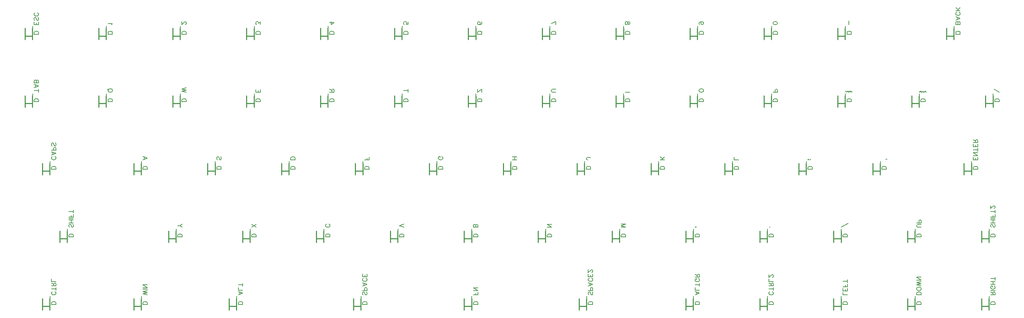
<source format=gbo>
G04 Layer: BottomSilkscreenLayer*
G04 EasyEDA v6.5.1, 2022-07-13 07:01:50*
G04 5ba7d446201f4704a459628eea357821,d603b60474844c32a05bd641800ef4e1,10*
G04 Gerber Generator version 0.2*
G04 Scale: 100 percent, Rotated: No, Reflected: No *
G04 Dimensions in millimeters *
G04 leading zeros omitted , absolute positions ,4 integer and 5 decimal *
%FSLAX45Y45*%
%MOMM*%

%ADD10C,0.2540*%
%ADD22C,0.1524*%

%LPD*%
D22*
X20942322Y8351596D02*
G01*
X20833219Y8351596D01*
X20942322Y8351596D02*
G01*
X20942322Y8387963D01*
X20937128Y8403551D01*
X20926737Y8413940D01*
X20916346Y8419137D01*
X20900758Y8424331D01*
X20874781Y8424331D01*
X20859196Y8419137D01*
X20848805Y8413940D01*
X20838413Y8403551D01*
X20833219Y8387963D01*
X20833219Y8351596D01*
X20796849Y8458621D02*
G01*
X20796849Y8552141D01*
X20942322Y8617602D02*
G01*
X20937128Y8602017D01*
X20921540Y8591626D01*
X20895563Y8586431D01*
X20879978Y8586431D01*
X20853999Y8591626D01*
X20838413Y8602017D01*
X20833219Y8617602D01*
X20833219Y8627993D01*
X20838413Y8643581D01*
X20853999Y8653970D01*
X20879978Y8659167D01*
X20895563Y8659167D01*
X20921540Y8653970D01*
X20937128Y8643581D01*
X20942322Y8627993D01*
X20942322Y8617602D01*
X4742304Y8351596D02*
G01*
X4633201Y8351596D01*
X4742304Y8351596D02*
G01*
X4742304Y8387963D01*
X4737110Y8403551D01*
X4726719Y8413940D01*
X4716327Y8419137D01*
X4700739Y8424331D01*
X4674763Y8424331D01*
X4659177Y8419137D01*
X4648786Y8413940D01*
X4638395Y8403551D01*
X4633201Y8387963D01*
X4633201Y8351596D01*
X4596831Y8458621D02*
G01*
X4596831Y8552141D01*
X4721522Y8586431D02*
G01*
X4726719Y8596820D01*
X4742304Y8612408D01*
X4633201Y8612408D01*
X6542326Y8351596D02*
G01*
X6433223Y8351596D01*
X6542326Y8351596D02*
G01*
X6542326Y8387963D01*
X6537131Y8403551D01*
X6526740Y8413940D01*
X6516349Y8419137D01*
X6500761Y8424331D01*
X6474785Y8424331D01*
X6459199Y8419137D01*
X6448808Y8413940D01*
X6438417Y8403551D01*
X6433223Y8387963D01*
X6433223Y8351596D01*
X6396852Y8458621D02*
G01*
X6396852Y8552141D01*
X6516349Y8591626D02*
G01*
X6521543Y8591626D01*
X6531935Y8596820D01*
X6537131Y8602017D01*
X6542326Y8612408D01*
X6542326Y8633190D01*
X6537131Y8643581D01*
X6531935Y8648776D01*
X6521543Y8653970D01*
X6511152Y8653970D01*
X6500761Y8648776D01*
X6485176Y8638385D01*
X6433223Y8586431D01*
X6433223Y8659167D01*
X8342322Y8351596D02*
G01*
X8233219Y8351596D01*
X8342322Y8351596D02*
G01*
X8342322Y8387963D01*
X8337128Y8403551D01*
X8326737Y8413940D01*
X8316346Y8419137D01*
X8300758Y8424331D01*
X8274781Y8424331D01*
X8259196Y8419137D01*
X8248804Y8413940D01*
X8238413Y8403551D01*
X8233219Y8387963D01*
X8233219Y8351596D01*
X8196849Y8458621D02*
G01*
X8196849Y8552141D01*
X8342322Y8596820D02*
G01*
X8342322Y8653970D01*
X8300758Y8622799D01*
X8300758Y8638385D01*
X8295563Y8648776D01*
X8290369Y8653970D01*
X8274781Y8659167D01*
X8264390Y8659167D01*
X8248804Y8653970D01*
X8238413Y8643581D01*
X8233219Y8627993D01*
X8233219Y8612408D01*
X8238413Y8596820D01*
X8243608Y8591626D01*
X8253999Y8586431D01*
X10142319Y8351596D02*
G01*
X10033215Y8351596D01*
X10142319Y8351596D02*
G01*
X10142319Y8387963D01*
X10137124Y8403551D01*
X10126733Y8413940D01*
X10116342Y8419137D01*
X10100754Y8424331D01*
X10074777Y8424331D01*
X10059192Y8419137D01*
X10048801Y8413940D01*
X10038410Y8403551D01*
X10033215Y8387963D01*
X10033215Y8351596D01*
X9996845Y8458621D02*
G01*
X9996845Y8552141D01*
X10142319Y8638385D02*
G01*
X10069583Y8586431D01*
X10069583Y8664361D01*
X10142319Y8638385D02*
G01*
X10033215Y8638385D01*
X11942315Y8351596D02*
G01*
X11833212Y8351596D01*
X11942315Y8351596D02*
G01*
X11942315Y8387963D01*
X11937121Y8403551D01*
X11926730Y8413940D01*
X11916338Y8419137D01*
X11900750Y8424331D01*
X11874774Y8424331D01*
X11859188Y8419137D01*
X11848797Y8413940D01*
X11838406Y8403551D01*
X11833212Y8387963D01*
X11833212Y8351596D01*
X11796842Y8458621D02*
G01*
X11796842Y8552141D01*
X11942315Y8648776D02*
G01*
X11942315Y8596820D01*
X11895556Y8591626D01*
X11900750Y8596820D01*
X11905947Y8612408D01*
X11905947Y8627993D01*
X11900750Y8643581D01*
X11890362Y8653970D01*
X11874774Y8659167D01*
X11864383Y8659167D01*
X11848797Y8653970D01*
X11838406Y8643581D01*
X11833212Y8627993D01*
X11833212Y8612408D01*
X11838406Y8596820D01*
X11843600Y8591626D01*
X11853992Y8586431D01*
X13742311Y8351596D02*
G01*
X13633208Y8351596D01*
X13742311Y8351596D02*
G01*
X13742311Y8387963D01*
X13737117Y8403551D01*
X13726726Y8413940D01*
X13716335Y8419137D01*
X13700747Y8424331D01*
X13674770Y8424331D01*
X13659185Y8419137D01*
X13648794Y8413940D01*
X13638402Y8403551D01*
X13633208Y8387963D01*
X13633208Y8351596D01*
X13596838Y8458621D02*
G01*
X13596838Y8552141D01*
X13726726Y8648776D02*
G01*
X13737117Y8643581D01*
X13742311Y8627993D01*
X13742311Y8617602D01*
X13737117Y8602017D01*
X13721529Y8591626D01*
X13695552Y8586431D01*
X13669576Y8586431D01*
X13648794Y8591626D01*
X13638402Y8602017D01*
X13633208Y8617602D01*
X13633208Y8622799D01*
X13638402Y8638385D01*
X13648794Y8648776D01*
X13664379Y8653970D01*
X13669576Y8653970D01*
X13685161Y8648776D01*
X13695552Y8638385D01*
X13700747Y8622799D01*
X13700747Y8617602D01*
X13695552Y8602017D01*
X13685161Y8591626D01*
X13669576Y8586431D01*
X15542308Y8351596D02*
G01*
X15433205Y8351596D01*
X15542308Y8351596D02*
G01*
X15542308Y8387963D01*
X15537113Y8403551D01*
X15526722Y8413940D01*
X15516331Y8419137D01*
X15500743Y8424331D01*
X15474767Y8424331D01*
X15459181Y8419137D01*
X15448790Y8413940D01*
X15438399Y8403551D01*
X15433205Y8387963D01*
X15433205Y8351596D01*
X15396834Y8458621D02*
G01*
X15396834Y8552141D01*
X15542308Y8659167D02*
G01*
X15433205Y8607211D01*
X15542308Y8586431D02*
G01*
X15542308Y8659167D01*
X17342304Y8351596D02*
G01*
X17233201Y8351596D01*
X17342304Y8351596D02*
G01*
X17342304Y8387963D01*
X17337110Y8403551D01*
X17326719Y8413940D01*
X17316328Y8419137D01*
X17300740Y8424331D01*
X17274763Y8424331D01*
X17259178Y8419137D01*
X17248786Y8413940D01*
X17238395Y8403551D01*
X17233201Y8387963D01*
X17233201Y8351596D01*
X17196831Y8458621D02*
G01*
X17196831Y8552141D01*
X17342304Y8612408D02*
G01*
X17337110Y8596820D01*
X17326719Y8591626D01*
X17316328Y8591626D01*
X17305936Y8596820D01*
X17300740Y8607211D01*
X17295545Y8627993D01*
X17290351Y8643581D01*
X17279960Y8653970D01*
X17269569Y8659167D01*
X17253981Y8659167D01*
X17243590Y8653970D01*
X17238395Y8648776D01*
X17233201Y8633190D01*
X17233201Y8612408D01*
X17238395Y8596820D01*
X17243590Y8591626D01*
X17253981Y8586431D01*
X17269569Y8586431D01*
X17279960Y8591626D01*
X17290351Y8602017D01*
X17295545Y8617602D01*
X17300740Y8638385D01*
X17305936Y8648776D01*
X17316328Y8653970D01*
X17326719Y8653970D01*
X17337110Y8648776D01*
X17342304Y8633190D01*
X17342304Y8612408D01*
X19142326Y8351596D02*
G01*
X19033223Y8351596D01*
X19142326Y8351596D02*
G01*
X19142326Y8387963D01*
X19137132Y8403551D01*
X19126741Y8413940D01*
X19116349Y8419137D01*
X19100761Y8424331D01*
X19074785Y8424331D01*
X19059199Y8419137D01*
X19048808Y8413940D01*
X19038417Y8403551D01*
X19033223Y8387963D01*
X19033223Y8351596D01*
X18996853Y8458621D02*
G01*
X18996853Y8552141D01*
X19105958Y8653970D02*
G01*
X19090373Y8648776D01*
X19079982Y8638385D01*
X19074785Y8622799D01*
X19074785Y8617602D01*
X19079982Y8602017D01*
X19090373Y8591626D01*
X19105958Y8586431D01*
X19111153Y8586431D01*
X19126741Y8591626D01*
X19137132Y8602017D01*
X19142326Y8617602D01*
X19142326Y8622799D01*
X19137132Y8638385D01*
X19126741Y8648776D01*
X19105958Y8653970D01*
X19079982Y8653970D01*
X19054003Y8648776D01*
X19038417Y8638385D01*
X19033223Y8622799D01*
X19033223Y8612408D01*
X19038417Y8596820D01*
X19048808Y8591626D01*
X23592304Y5051602D02*
G01*
X23483201Y5051602D01*
X23592304Y5051602D02*
G01*
X23592304Y5087970D01*
X23587110Y5103558D01*
X23576719Y5113947D01*
X23566328Y5119143D01*
X23550740Y5124338D01*
X23524763Y5124338D01*
X23509178Y5119143D01*
X23498787Y5113947D01*
X23488395Y5103558D01*
X23483201Y5087970D01*
X23483201Y5051602D01*
X23446831Y5158628D02*
G01*
X23446831Y5252148D01*
X23607890Y5296827D02*
G01*
X23576719Y5296827D01*
X19042301Y3401593D02*
G01*
X18933198Y3401593D01*
X19042301Y3401593D02*
G01*
X19042301Y3437961D01*
X19037106Y3453549D01*
X19026715Y3463937D01*
X19016324Y3469134D01*
X19000736Y3474328D01*
X18974760Y3474328D01*
X18959174Y3469134D01*
X18948783Y3463937D01*
X18938392Y3453549D01*
X18933198Y3437961D01*
X18933198Y3401593D01*
X18896827Y3508618D02*
G01*
X18896827Y3602139D01*
X18953977Y3646817D02*
G01*
X18948783Y3641623D01*
X18953977Y3636429D01*
X18959174Y3641623D01*
X18953977Y3646817D01*
X18943586Y3646817D01*
X18933198Y3636429D01*
X22742319Y8351596D02*
G01*
X22633216Y8351596D01*
X22742319Y8351596D02*
G01*
X22742319Y8387963D01*
X22737124Y8403551D01*
X22726733Y8413940D01*
X22716342Y8419137D01*
X22700754Y8424331D01*
X22674778Y8424331D01*
X22659192Y8419137D01*
X22648801Y8413940D01*
X22638410Y8403551D01*
X22633216Y8387963D01*
X22633216Y8351596D01*
X22596845Y8458621D02*
G01*
X22596845Y8552141D01*
X22679974Y8586431D02*
G01*
X22679974Y8679949D01*
X20842297Y3401593D02*
G01*
X20733194Y3401593D01*
X20842297Y3401593D02*
G01*
X20842297Y3437961D01*
X20837103Y3453549D01*
X20826712Y3463937D01*
X20816321Y3469134D01*
X20800733Y3474328D01*
X20774756Y3474328D01*
X20759171Y3469134D01*
X20748779Y3463937D01*
X20738388Y3453549D01*
X20733194Y3437961D01*
X20733194Y3401593D01*
X20696824Y3508618D02*
G01*
X20696824Y3602139D01*
X20759171Y3641623D02*
G01*
X20753974Y3636429D01*
X20748779Y3641623D01*
X20753974Y3646817D01*
X20759171Y3641623D01*
X22642319Y3401593D02*
G01*
X22533216Y3401593D01*
X22642319Y3401593D02*
G01*
X22642319Y3437961D01*
X22637125Y3453549D01*
X22626734Y3463937D01*
X22616342Y3469134D01*
X22600754Y3474328D01*
X22574778Y3474328D01*
X22559192Y3469134D01*
X22548801Y3463937D01*
X22538410Y3453549D01*
X22533216Y3437961D01*
X22533216Y3401593D01*
X22496846Y3508618D02*
G01*
X22496846Y3602139D01*
X22663101Y3729946D02*
G01*
X22496846Y3636429D01*
X21792308Y5051602D02*
G01*
X21683205Y5051602D01*
X21792308Y5051602D02*
G01*
X21792308Y5087970D01*
X21787114Y5103558D01*
X21776723Y5113947D01*
X21766331Y5119143D01*
X21750743Y5124338D01*
X21724767Y5124338D01*
X21709181Y5119143D01*
X21698790Y5113947D01*
X21688399Y5103558D01*
X21683205Y5087970D01*
X21683205Y5051602D01*
X21646835Y5158628D02*
G01*
X21646835Y5252148D01*
X21745549Y5291632D02*
G01*
X21740355Y5286438D01*
X21735158Y5291632D01*
X21740355Y5296827D01*
X21745549Y5291632D01*
X21703985Y5296827D02*
G01*
X21698790Y5291632D01*
X21703985Y5286438D01*
X21709181Y5291632D01*
X21703985Y5296827D01*
X21693593Y5296827D01*
X21683205Y5286438D01*
X5592315Y5051602D02*
G01*
X5483212Y5051602D01*
X5592315Y5051602D02*
G01*
X5592315Y5087970D01*
X5587121Y5103558D01*
X5576730Y5113947D01*
X5566338Y5119143D01*
X5550750Y5124338D01*
X5524774Y5124338D01*
X5509188Y5119143D01*
X5498797Y5113947D01*
X5488406Y5103558D01*
X5483212Y5087970D01*
X5483212Y5051602D01*
X5446842Y5158628D02*
G01*
X5446842Y5252148D01*
X5592315Y5328000D02*
G01*
X5483212Y5286438D01*
X5592315Y5328000D02*
G01*
X5483212Y5369565D01*
X5519580Y5302023D02*
G01*
X5519580Y5353977D01*
X7917304Y1751584D02*
G01*
X7808201Y1751584D01*
X7917304Y1751584D02*
G01*
X7917304Y1787951D01*
X7912110Y1803539D01*
X7901719Y1813928D01*
X7891327Y1819125D01*
X7875739Y1824319D01*
X7849763Y1824319D01*
X7834177Y1819125D01*
X7823786Y1813928D01*
X7813395Y1803539D01*
X7808201Y1787951D01*
X7808201Y1751584D01*
X7771831Y1858609D02*
G01*
X7771831Y1952129D01*
X7917304Y2027981D02*
G01*
X7808201Y1986419D01*
X7917304Y2027981D02*
G01*
X7808201Y2069546D01*
X7844569Y2002005D02*
G01*
X7844569Y2053958D01*
X7917304Y2103836D02*
G01*
X7808201Y2103836D01*
X7808201Y2103836D02*
G01*
X7808201Y2166180D01*
X7917304Y2236838D02*
G01*
X7808201Y2236838D01*
X7917304Y2200470D02*
G01*
X7917304Y2273208D01*
X19042301Y1751584D02*
G01*
X18933198Y1751584D01*
X19042301Y1751584D02*
G01*
X19042301Y1787951D01*
X19037106Y1803539D01*
X19026715Y1813928D01*
X19016324Y1819125D01*
X19000736Y1824319D01*
X18974760Y1824319D01*
X18959174Y1819125D01*
X18948783Y1813928D01*
X18938392Y1803539D01*
X18933198Y1787951D01*
X18933198Y1751584D01*
X18896827Y1858609D02*
G01*
X18896827Y1952129D01*
X19042301Y2027981D02*
G01*
X18933198Y1986419D01*
X19042301Y2027981D02*
G01*
X18933198Y2069546D01*
X18969565Y2002005D02*
G01*
X18969565Y2053958D01*
X19042301Y2103836D02*
G01*
X18933198Y2103836D01*
X18933198Y2103836D02*
G01*
X18933198Y2166180D01*
X19042301Y2236838D02*
G01*
X18933198Y2236838D01*
X19042301Y2200470D02*
G01*
X19042301Y2273208D01*
X19016324Y2385428D02*
G01*
X19026715Y2380234D01*
X19037106Y2369842D01*
X19042301Y2359451D01*
X19042301Y2338669D01*
X19037106Y2328278D01*
X19026715Y2317889D01*
X19016324Y2312692D01*
X19000736Y2307498D01*
X18974760Y2307498D01*
X18959174Y2312692D01*
X18948783Y2317889D01*
X18938392Y2328278D01*
X18933198Y2338669D01*
X18933198Y2359451D01*
X18938392Y2369842D01*
X18948783Y2380234D01*
X18959174Y2385428D01*
X18974760Y2385428D01*
X18974760Y2359451D02*
G01*
X18974760Y2385428D01*
X19042301Y2419718D02*
G01*
X18933198Y2419718D01*
X19042301Y2419718D02*
G01*
X19042301Y2466479D01*
X19037106Y2482065D01*
X19031910Y2487259D01*
X19021518Y2492456D01*
X19011127Y2492456D01*
X19000736Y2487259D01*
X18995542Y2482065D01*
X18990348Y2466479D01*
X18990348Y2419718D01*
X18990348Y2456088D02*
G01*
X18933198Y2492456D01*
X13642312Y3401593D02*
G01*
X13533208Y3401593D01*
X13642312Y3401593D02*
G01*
X13642312Y3437961D01*
X13637117Y3453549D01*
X13626726Y3463937D01*
X13616335Y3469134D01*
X13600747Y3474328D01*
X13574770Y3474328D01*
X13559185Y3469134D01*
X13548794Y3463937D01*
X13538403Y3453549D01*
X13533208Y3437961D01*
X13533208Y3401593D01*
X13496838Y3508618D02*
G01*
X13496838Y3602139D01*
X13642312Y3636429D02*
G01*
X13533208Y3636429D01*
X13642312Y3636429D02*
G01*
X13642312Y3683187D01*
X13637117Y3698773D01*
X13631920Y3703967D01*
X13621529Y3709164D01*
X13611138Y3709164D01*
X13600747Y3703967D01*
X13595553Y3698773D01*
X13590358Y3683187D01*
X13590358Y3636429D02*
G01*
X13590358Y3683187D01*
X13585162Y3698773D01*
X13579967Y3703967D01*
X13569576Y3709164D01*
X13553988Y3709164D01*
X13543597Y3703967D01*
X13538403Y3698773D01*
X13533208Y3683187D01*
X13533208Y3636429D01*
X25392326Y8351596D02*
G01*
X25283223Y8351596D01*
X25392326Y8351596D02*
G01*
X25392326Y8387963D01*
X25387132Y8403551D01*
X25376741Y8413940D01*
X25366350Y8419137D01*
X25350762Y8424331D01*
X25324785Y8424331D01*
X25309200Y8419137D01*
X25298808Y8413940D01*
X25288417Y8403551D01*
X25283223Y8387963D01*
X25283223Y8351596D01*
X25246853Y8458621D02*
G01*
X25246853Y8552141D01*
X25392326Y8586431D02*
G01*
X25283223Y8586431D01*
X25392326Y8586431D02*
G01*
X25392326Y8633190D01*
X25387132Y8648776D01*
X25381935Y8653970D01*
X25371544Y8659167D01*
X25361153Y8659167D01*
X25350762Y8653970D01*
X25345567Y8648776D01*
X25340373Y8633190D01*
X25340373Y8586431D02*
G01*
X25340373Y8633190D01*
X25335176Y8648776D01*
X25329982Y8653970D01*
X25319591Y8659167D01*
X25304003Y8659167D01*
X25293612Y8653970D01*
X25288417Y8648776D01*
X25283223Y8633190D01*
X25283223Y8586431D01*
X25392326Y8735021D02*
G01*
X25283223Y8693457D01*
X25392326Y8735021D02*
G01*
X25283223Y8776583D01*
X25319591Y8709042D02*
G01*
X25319591Y8760998D01*
X25366350Y8888806D02*
G01*
X25376741Y8883611D01*
X25387132Y8873220D01*
X25392326Y8862829D01*
X25392326Y8842047D01*
X25387132Y8831656D01*
X25376741Y8821265D01*
X25366350Y8816070D01*
X25350762Y8810873D01*
X25324785Y8810873D01*
X25309200Y8816070D01*
X25298808Y8821265D01*
X25288417Y8831656D01*
X25283223Y8842047D01*
X25283223Y8862829D01*
X25288417Y8873220D01*
X25298808Y8883611D01*
X25309200Y8888806D01*
X25392326Y8923096D02*
G01*
X25283223Y8923096D01*
X25392326Y8995831D02*
G01*
X25319591Y8923096D01*
X25345567Y8949072D02*
G01*
X25283223Y8995831D01*
X10042319Y3401593D02*
G01*
X9933216Y3401593D01*
X10042319Y3401593D02*
G01*
X10042319Y3437961D01*
X10037124Y3453549D01*
X10026733Y3463937D01*
X10016342Y3469134D01*
X10000754Y3474328D01*
X9974778Y3474328D01*
X9959192Y3469134D01*
X9948801Y3463937D01*
X9938410Y3453549D01*
X9933216Y3437961D01*
X9933216Y3401593D01*
X9896845Y3508618D02*
G01*
X9896845Y3602139D01*
X10016342Y3714358D02*
G01*
X10026733Y3709164D01*
X10037124Y3698773D01*
X10042319Y3688382D01*
X10042319Y3667599D01*
X10037124Y3657208D01*
X10026733Y3646817D01*
X10016342Y3641623D01*
X10000754Y3636429D01*
X9974778Y3636429D01*
X9959192Y3641623D01*
X9948801Y3646817D01*
X9938410Y3657208D01*
X9933216Y3667599D01*
X9933216Y3688382D01*
X9938410Y3698773D01*
X9948801Y3709164D01*
X9959192Y3714358D01*
X3367300Y5051602D02*
G01*
X3258197Y5051602D01*
X3367300Y5051602D02*
G01*
X3367300Y5087970D01*
X3362106Y5103558D01*
X3351715Y5113947D01*
X3341324Y5119143D01*
X3325736Y5124338D01*
X3299759Y5124338D01*
X3284174Y5119143D01*
X3273783Y5113947D01*
X3263391Y5103558D01*
X3258197Y5087970D01*
X3258197Y5051602D01*
X3221827Y5158628D02*
G01*
X3221827Y5252148D01*
X3341324Y5364368D02*
G01*
X3351715Y5359173D01*
X3362106Y5348782D01*
X3367300Y5338391D01*
X3367300Y5317609D01*
X3362106Y5307218D01*
X3351715Y5296827D01*
X3341324Y5291632D01*
X3325736Y5286438D01*
X3299759Y5286438D01*
X3284174Y5291632D01*
X3273783Y5296827D01*
X3263391Y5307218D01*
X3258197Y5317609D01*
X3258197Y5338391D01*
X3263391Y5348782D01*
X3273783Y5359173D01*
X3284174Y5364368D01*
X3367300Y5440222D02*
G01*
X3258197Y5398658D01*
X3367300Y5440222D02*
G01*
X3258197Y5481787D01*
X3294565Y5414246D02*
G01*
X3294565Y5466199D01*
X3367300Y5516077D02*
G01*
X3258197Y5516077D01*
X3367300Y5516077D02*
G01*
X3367300Y5562836D01*
X3362106Y5578421D01*
X3356909Y5583618D01*
X3346518Y5588812D01*
X3330933Y5588812D01*
X3320541Y5583618D01*
X3315347Y5578421D01*
X3310150Y5562836D01*
X3310150Y5516077D01*
X3351715Y5695838D02*
G01*
X3362106Y5685447D01*
X3367300Y5669861D01*
X3367300Y5649079D01*
X3362106Y5633493D01*
X3351715Y5623102D01*
X3341324Y5623102D01*
X3330933Y5628297D01*
X3325736Y5633493D01*
X3320541Y5643885D01*
X3310150Y5675058D01*
X3304956Y5685447D01*
X3299759Y5690643D01*
X3289368Y5695838D01*
X3273783Y5695838D01*
X3263391Y5685447D01*
X3258197Y5669861D01*
X3258197Y5649079D01*
X3263391Y5633493D01*
X3273783Y5623102D01*
X3367300Y1751584D02*
G01*
X3258197Y1751584D01*
X3367300Y1751584D02*
G01*
X3367300Y1787951D01*
X3362106Y1803539D01*
X3351715Y1813928D01*
X3341324Y1819125D01*
X3325736Y1824319D01*
X3299759Y1824319D01*
X3284174Y1819125D01*
X3273783Y1813928D01*
X3263391Y1803539D01*
X3258197Y1787951D01*
X3258197Y1751584D01*
X3221827Y1858609D02*
G01*
X3221827Y1952129D01*
X3341324Y2064349D02*
G01*
X3351715Y2059155D01*
X3362106Y2048763D01*
X3367300Y2038372D01*
X3367300Y2017590D01*
X3362106Y2007199D01*
X3351715Y1996808D01*
X3341324Y1991613D01*
X3325736Y1986419D01*
X3299759Y1986419D01*
X3284174Y1991613D01*
X3273783Y1996808D01*
X3263391Y2007199D01*
X3258197Y2017590D01*
X3258197Y2038372D01*
X3263391Y2048763D01*
X3273783Y2059155D01*
X3284174Y2064349D01*
X3367300Y2135009D02*
G01*
X3258197Y2135009D01*
X3367300Y2098639D02*
G01*
X3367300Y2171377D01*
X3367300Y2205667D02*
G01*
X3258197Y2205667D01*
X3367300Y2205667D02*
G01*
X3367300Y2252426D01*
X3362106Y2268011D01*
X3356909Y2273208D01*
X3346518Y2278402D01*
X3336127Y2278402D01*
X3325736Y2273208D01*
X3320541Y2268011D01*
X3315347Y2252426D01*
X3315347Y2205667D01*
X3315347Y2242035D02*
G01*
X3258197Y2278402D01*
X3367300Y2312692D02*
G01*
X3258197Y2312692D01*
X3258197Y2312692D02*
G01*
X3258197Y2375039D01*
X20842297Y1751584D02*
G01*
X20733194Y1751584D01*
X20842297Y1751584D02*
G01*
X20842297Y1787951D01*
X20837103Y1803539D01*
X20826712Y1813928D01*
X20816321Y1819125D01*
X20800733Y1824319D01*
X20774756Y1824319D01*
X20759171Y1819125D01*
X20748779Y1813928D01*
X20738388Y1803539D01*
X20733194Y1787951D01*
X20733194Y1751584D01*
X20696824Y1858609D02*
G01*
X20696824Y1952129D01*
X20816321Y2064349D02*
G01*
X20826712Y2059155D01*
X20837103Y2048763D01*
X20842297Y2038372D01*
X20842297Y2017590D01*
X20837103Y2007199D01*
X20826712Y1996808D01*
X20816321Y1991613D01*
X20800733Y1986419D01*
X20774756Y1986419D01*
X20759171Y1991613D01*
X20748779Y1996808D01*
X20738388Y2007199D01*
X20733194Y2017590D01*
X20733194Y2038372D01*
X20738388Y2048763D01*
X20748779Y2059155D01*
X20759171Y2064349D01*
X20842297Y2135009D02*
G01*
X20733194Y2135009D01*
X20842297Y2098639D02*
G01*
X20842297Y2171377D01*
X20842297Y2205667D02*
G01*
X20733194Y2205667D01*
X20842297Y2205667D02*
G01*
X20842297Y2252426D01*
X20837103Y2268011D01*
X20831906Y2273208D01*
X20821515Y2278402D01*
X20811124Y2278402D01*
X20800733Y2273208D01*
X20795538Y2268011D01*
X20790344Y2252426D01*
X20790344Y2205667D01*
X20790344Y2242035D02*
G01*
X20733194Y2278402D01*
X20842297Y2312692D02*
G01*
X20733194Y2312692D01*
X20733194Y2312692D02*
G01*
X20733194Y2375039D01*
X20816321Y2414523D02*
G01*
X20821515Y2414523D01*
X20831906Y2419718D01*
X20837103Y2424915D01*
X20842297Y2435306D01*
X20842297Y2456088D01*
X20837103Y2466479D01*
X20831906Y2471673D01*
X20821515Y2476868D01*
X20811124Y2476868D01*
X20800733Y2471673D01*
X20785147Y2461282D01*
X20733194Y2409329D01*
X20733194Y2482065D01*
X9192308Y5051602D02*
G01*
X9083205Y5051602D01*
X9192308Y5051602D02*
G01*
X9192308Y5087970D01*
X9187113Y5103558D01*
X9176722Y5113947D01*
X9166331Y5119143D01*
X9150743Y5124338D01*
X9124767Y5124338D01*
X9109181Y5119143D01*
X9098790Y5113947D01*
X9088399Y5103558D01*
X9083205Y5087970D01*
X9083205Y5051602D01*
X9046834Y5158628D02*
G01*
X9046834Y5252148D01*
X9192308Y5286438D02*
G01*
X9083205Y5286438D01*
X9192308Y5286438D02*
G01*
X9192308Y5322806D01*
X9187113Y5338391D01*
X9176722Y5348782D01*
X9166331Y5353977D01*
X9150743Y5359173D01*
X9124767Y5359173D01*
X9109181Y5353977D01*
X9098790Y5348782D01*
X9088399Y5338391D01*
X9083205Y5322806D01*
X9083205Y5286438D01*
X24442315Y1751584D02*
G01*
X24333212Y1751584D01*
X24442315Y1751584D02*
G01*
X24442315Y1787951D01*
X24437121Y1803539D01*
X24426730Y1813928D01*
X24416339Y1819125D01*
X24400751Y1824319D01*
X24374774Y1824319D01*
X24359189Y1819125D01*
X24348798Y1813928D01*
X24338406Y1803539D01*
X24333212Y1787951D01*
X24333212Y1751584D01*
X24296842Y1858609D02*
G01*
X24296842Y1952129D01*
X24442315Y1986419D02*
G01*
X24333212Y1986419D01*
X24442315Y1986419D02*
G01*
X24442315Y2022787D01*
X24437121Y2038372D01*
X24426730Y2048763D01*
X24416339Y2053958D01*
X24400751Y2059155D01*
X24374774Y2059155D01*
X24359189Y2053958D01*
X24348798Y2048763D01*
X24338406Y2038372D01*
X24333212Y2022787D01*
X24333212Y1986419D01*
X24442315Y2124618D02*
G01*
X24437121Y2114227D01*
X24426730Y2103836D01*
X24416339Y2098639D01*
X24400751Y2093445D01*
X24374774Y2093445D01*
X24359189Y2098639D01*
X24348798Y2103836D01*
X24338406Y2114227D01*
X24333212Y2124618D01*
X24333212Y2145398D01*
X24338406Y2155789D01*
X24348798Y2166180D01*
X24359189Y2171377D01*
X24374774Y2176571D01*
X24400751Y2176571D01*
X24416339Y2171377D01*
X24426730Y2166180D01*
X24437121Y2155789D01*
X24442315Y2145398D01*
X24442315Y2124618D01*
X24442315Y2210861D02*
G01*
X24333212Y2236838D01*
X24442315Y2262817D02*
G01*
X24333212Y2236838D01*
X24442315Y2262817D02*
G01*
X24333212Y2288794D01*
X24442315Y2314770D02*
G01*
X24333212Y2288794D01*
X24442315Y2349060D02*
G01*
X24333212Y2349060D01*
X24442315Y2349060D02*
G01*
X24333212Y2421798D01*
X24442315Y2421798D02*
G01*
X24333212Y2421798D01*
X8342322Y6701586D02*
G01*
X8233219Y6701586D01*
X8342322Y6701586D02*
G01*
X8342322Y6737954D01*
X8337128Y6753542D01*
X8326737Y6763931D01*
X8316346Y6769127D01*
X8300758Y6774322D01*
X8274781Y6774322D01*
X8259196Y6769127D01*
X8248804Y6763931D01*
X8238413Y6753542D01*
X8233219Y6737954D01*
X8233219Y6701586D01*
X8196849Y6808612D02*
G01*
X8196849Y6902132D01*
X8342322Y6936422D02*
G01*
X8233219Y6936422D01*
X8342322Y6936422D02*
G01*
X8342322Y7003961D01*
X8290369Y6936422D02*
G01*
X8290369Y6977984D01*
X8233219Y6936422D02*
G01*
X8233219Y7003961D01*
X25817319Y5051602D02*
G01*
X25708216Y5051602D01*
X25817319Y5051602D02*
G01*
X25817319Y5087970D01*
X25812125Y5103558D01*
X25801734Y5113947D01*
X25791342Y5119143D01*
X25775754Y5124338D01*
X25749778Y5124338D01*
X25734192Y5119143D01*
X25723801Y5113947D01*
X25713410Y5103558D01*
X25708216Y5087970D01*
X25708216Y5051602D01*
X25671846Y5158628D02*
G01*
X25671846Y5252148D01*
X25817319Y5286438D02*
G01*
X25708216Y5286438D01*
X25817319Y5286438D02*
G01*
X25817319Y5353977D01*
X25765366Y5286438D02*
G01*
X25765366Y5328000D01*
X25708216Y5286438D02*
G01*
X25708216Y5353977D01*
X25817319Y5388267D02*
G01*
X25708216Y5388267D01*
X25817319Y5388267D02*
G01*
X25708216Y5461005D01*
X25817319Y5461005D02*
G01*
X25708216Y5461005D01*
X25817319Y5531662D02*
G01*
X25708216Y5531662D01*
X25817319Y5495295D02*
G01*
X25817319Y5568030D01*
X25817319Y5602320D02*
G01*
X25708216Y5602320D01*
X25817319Y5602320D02*
G01*
X25817319Y5669861D01*
X25765366Y5602320D02*
G01*
X25765366Y5643885D01*
X25708216Y5602320D02*
G01*
X25708216Y5669861D01*
X25817319Y5704151D02*
G01*
X25708216Y5704151D01*
X25817319Y5704151D02*
G01*
X25817319Y5750910D01*
X25812125Y5766498D01*
X25806928Y5771692D01*
X25796537Y5776887D01*
X25786146Y5776887D01*
X25775754Y5771692D01*
X25770560Y5766498D01*
X25765366Y5750910D01*
X25765366Y5704151D01*
X25765366Y5740519D02*
G01*
X25708216Y5776887D01*
X2942308Y8351596D02*
G01*
X2833204Y8351596D01*
X2942308Y8351596D02*
G01*
X2942308Y8387963D01*
X2937113Y8403551D01*
X2926722Y8413940D01*
X2916331Y8419137D01*
X2900743Y8424331D01*
X2874766Y8424331D01*
X2859181Y8419137D01*
X2848790Y8413940D01*
X2838399Y8403551D01*
X2833204Y8387963D01*
X2833204Y8351596D01*
X2796834Y8458621D02*
G01*
X2796834Y8552141D01*
X2942308Y8586431D02*
G01*
X2833204Y8586431D01*
X2942308Y8586431D02*
G01*
X2942308Y8653970D01*
X2890354Y8586431D02*
G01*
X2890354Y8627993D01*
X2833204Y8586431D02*
G01*
X2833204Y8653970D01*
X2926722Y8760998D02*
G01*
X2937113Y8750607D01*
X2942308Y8735021D01*
X2942308Y8714239D01*
X2937113Y8698651D01*
X2926722Y8688260D01*
X2916331Y8688260D01*
X2905940Y8693457D01*
X2900743Y8698651D01*
X2895549Y8709042D01*
X2885158Y8740216D01*
X2879963Y8750607D01*
X2874766Y8755801D01*
X2864375Y8760998D01*
X2848790Y8760998D01*
X2838399Y8750607D01*
X2833204Y8735021D01*
X2833204Y8714239D01*
X2838399Y8698651D01*
X2848790Y8688260D01*
X2916331Y8873220D02*
G01*
X2926722Y8868023D01*
X2937113Y8857632D01*
X2942308Y8847241D01*
X2942308Y8826461D01*
X2937113Y8816070D01*
X2926722Y8805679D01*
X2916331Y8800482D01*
X2900743Y8795288D01*
X2874766Y8795288D01*
X2859181Y8800482D01*
X2848790Y8805679D01*
X2838399Y8816070D01*
X2833204Y8826461D01*
X2833204Y8847241D01*
X2838399Y8857632D01*
X2848790Y8868023D01*
X2859181Y8873220D01*
X10992304Y5051602D02*
G01*
X10883201Y5051602D01*
X10992304Y5051602D02*
G01*
X10992304Y5087970D01*
X10987110Y5103558D01*
X10976719Y5113947D01*
X10966328Y5119143D01*
X10950740Y5124338D01*
X10924763Y5124338D01*
X10909178Y5119143D01*
X10898786Y5113947D01*
X10888395Y5103558D01*
X10883201Y5087970D01*
X10883201Y5051602D01*
X10846831Y5158628D02*
G01*
X10846831Y5252148D01*
X10992304Y5286438D02*
G01*
X10883201Y5286438D01*
X10992304Y5286438D02*
G01*
X10992304Y5353977D01*
X10940351Y5286438D02*
G01*
X10940351Y5328000D01*
X13642312Y1751584D02*
G01*
X13533208Y1751584D01*
X13642312Y1751584D02*
G01*
X13642312Y1787951D01*
X13637117Y1803539D01*
X13626726Y1813928D01*
X13616335Y1819125D01*
X13600747Y1824319D01*
X13574770Y1824319D01*
X13559185Y1819125D01*
X13548794Y1813928D01*
X13538403Y1803539D01*
X13533208Y1787951D01*
X13533208Y1751584D01*
X13496838Y1858609D02*
G01*
X13496838Y1952129D01*
X13642312Y1986419D02*
G01*
X13533208Y1986419D01*
X13642312Y1986419D02*
G01*
X13642312Y2053958D01*
X13590358Y1986419D02*
G01*
X13590358Y2027981D01*
X13642312Y2088248D02*
G01*
X13533208Y2088248D01*
X13642312Y2088248D02*
G01*
X13533208Y2160986D01*
X13642312Y2160986D02*
G01*
X13533208Y2160986D01*
X12792326Y5051602D02*
G01*
X12683223Y5051602D01*
X12792326Y5051602D02*
G01*
X12792326Y5087970D01*
X12787132Y5103558D01*
X12776741Y5113947D01*
X12766349Y5119143D01*
X12750761Y5124338D01*
X12724785Y5124338D01*
X12709199Y5119143D01*
X12698808Y5113947D01*
X12688417Y5103558D01*
X12683223Y5087970D01*
X12683223Y5051602D01*
X12646853Y5158628D02*
G01*
X12646853Y5252148D01*
X12766349Y5364368D02*
G01*
X12776741Y5359173D01*
X12787132Y5348782D01*
X12792326Y5338391D01*
X12792326Y5317609D01*
X12787132Y5307218D01*
X12776741Y5296827D01*
X12766349Y5291632D01*
X12750761Y5286438D01*
X12724785Y5286438D01*
X12709199Y5291632D01*
X12698808Y5296827D01*
X12688417Y5307218D01*
X12683223Y5317609D01*
X12683223Y5338391D01*
X12688417Y5348782D01*
X12698808Y5359173D01*
X12709199Y5364368D01*
X12724785Y5364368D01*
X12724785Y5338391D02*
G01*
X12724785Y5364368D01*
X14592322Y5051602D02*
G01*
X14483219Y5051602D01*
X14592322Y5051602D02*
G01*
X14592322Y5087970D01*
X14587128Y5103558D01*
X14576737Y5113947D01*
X14566346Y5119143D01*
X14550758Y5124338D01*
X14524781Y5124338D01*
X14509196Y5119143D01*
X14498805Y5113947D01*
X14488413Y5103558D01*
X14483219Y5087970D01*
X14483219Y5051602D01*
X14446849Y5158628D02*
G01*
X14446849Y5252148D01*
X14592322Y5286438D02*
G01*
X14483219Y5286438D01*
X14592322Y5359173D02*
G01*
X14483219Y5359173D01*
X14540369Y5286438D02*
G01*
X14540369Y5359173D01*
X17342304Y6701586D02*
G01*
X17233201Y6701586D01*
X17342304Y6701586D02*
G01*
X17342304Y6737954D01*
X17337110Y6753542D01*
X17326719Y6763931D01*
X17316328Y6769127D01*
X17300740Y6774322D01*
X17274763Y6774322D01*
X17259178Y6769127D01*
X17248786Y6763931D01*
X17238395Y6753542D01*
X17233201Y6737954D01*
X17233201Y6701586D01*
X17196831Y6808612D02*
G01*
X17196831Y6902132D01*
X17342304Y6936422D02*
G01*
X17233201Y6936422D01*
X16392319Y5051602D02*
G01*
X16283216Y5051602D01*
X16392319Y5051602D02*
G01*
X16392319Y5087970D01*
X16387124Y5103558D01*
X16376733Y5113947D01*
X16366342Y5119143D01*
X16350754Y5124338D01*
X16324778Y5124338D01*
X16309192Y5119143D01*
X16298801Y5113947D01*
X16288410Y5103558D01*
X16283216Y5087970D01*
X16283216Y5051602D01*
X16246845Y5158628D02*
G01*
X16246845Y5252148D01*
X16392319Y5338391D02*
G01*
X16309192Y5338391D01*
X16293604Y5333197D01*
X16288410Y5328000D01*
X16283216Y5317609D01*
X16283216Y5307218D01*
X16288410Y5296827D01*
X16293604Y5291632D01*
X16309192Y5286438D01*
X16319583Y5286438D01*
X18192315Y5051602D02*
G01*
X18083212Y5051602D01*
X18192315Y5051602D02*
G01*
X18192315Y5087970D01*
X18187121Y5103558D01*
X18176730Y5113947D01*
X18166339Y5119143D01*
X18150751Y5124338D01*
X18124774Y5124338D01*
X18109189Y5119143D01*
X18098797Y5113947D01*
X18088406Y5103558D01*
X18083212Y5087970D01*
X18083212Y5051602D01*
X18046842Y5158628D02*
G01*
X18046842Y5252148D01*
X18192315Y5286438D02*
G01*
X18083212Y5286438D01*
X18192315Y5359173D02*
G01*
X18119580Y5286438D01*
X18145556Y5312415D02*
G01*
X18083212Y5359173D01*
X19992312Y5051602D02*
G01*
X19883208Y5051602D01*
X19992312Y5051602D02*
G01*
X19992312Y5087970D01*
X19987117Y5103558D01*
X19976726Y5113947D01*
X19966335Y5119143D01*
X19950747Y5124338D01*
X19924770Y5124338D01*
X19909185Y5119143D01*
X19898794Y5113947D01*
X19888403Y5103558D01*
X19883208Y5087970D01*
X19883208Y5051602D01*
X19846838Y5158628D02*
G01*
X19846838Y5252148D01*
X19992312Y5286438D02*
G01*
X19883208Y5286438D01*
X19883208Y5286438D02*
G01*
X19883208Y5348782D01*
X22642319Y1751584D02*
G01*
X22533216Y1751584D01*
X22642319Y1751584D02*
G01*
X22642319Y1787951D01*
X22637125Y1803539D01*
X22626734Y1813928D01*
X22616342Y1819125D01*
X22600754Y1824319D01*
X22574778Y1824319D01*
X22559192Y1819125D01*
X22548801Y1813928D01*
X22538410Y1803539D01*
X22533216Y1787951D01*
X22533216Y1751584D01*
X22496846Y1858609D02*
G01*
X22496846Y1952129D01*
X22642319Y1986419D02*
G01*
X22533216Y1986419D01*
X22533216Y1986419D02*
G01*
X22533216Y2048763D01*
X22642319Y2083054D02*
G01*
X22533216Y2083054D01*
X22642319Y2083054D02*
G01*
X22642319Y2150595D01*
X22590366Y2083054D02*
G01*
X22590366Y2124618D01*
X22533216Y2083054D02*
G01*
X22533216Y2150595D01*
X22642319Y2184885D02*
G01*
X22533216Y2184885D01*
X22642319Y2184885D02*
G01*
X22642319Y2252426D01*
X22590366Y2184885D02*
G01*
X22590366Y2226449D01*
X22642319Y2323084D02*
G01*
X22533216Y2323084D01*
X22642319Y2286716D02*
G01*
X22642319Y2359451D01*
X17242304Y3401593D02*
G01*
X17133201Y3401593D01*
X17242304Y3401593D02*
G01*
X17242304Y3437961D01*
X17237110Y3453549D01*
X17226719Y3463937D01*
X17216328Y3469134D01*
X17200740Y3474328D01*
X17174763Y3474328D01*
X17159178Y3469134D01*
X17148787Y3463937D01*
X17138395Y3453549D01*
X17133201Y3437961D01*
X17133201Y3401593D01*
X17096831Y3508618D02*
G01*
X17096831Y3602139D01*
X17242304Y3636429D02*
G01*
X17133201Y3636429D01*
X17242304Y3636429D02*
G01*
X17133201Y3677991D01*
X17242304Y3719555D02*
G01*
X17133201Y3677991D01*
X17242304Y3719555D02*
G01*
X17133201Y3719555D01*
X15442308Y3401593D02*
G01*
X15333205Y3401593D01*
X15442308Y3401593D02*
G01*
X15442308Y3437961D01*
X15437114Y3453549D01*
X15426723Y3463937D01*
X15416331Y3469134D01*
X15400743Y3474328D01*
X15374767Y3474328D01*
X15359181Y3469134D01*
X15348790Y3463937D01*
X15338399Y3453549D01*
X15333205Y3437961D01*
X15333205Y3401593D01*
X15296835Y3508618D02*
G01*
X15296835Y3602139D01*
X15442308Y3636429D02*
G01*
X15333205Y3636429D01*
X15442308Y3636429D02*
G01*
X15333205Y3709164D01*
X15442308Y3709164D02*
G01*
X15333205Y3709164D01*
X19142326Y6701586D02*
G01*
X19033223Y6701586D01*
X19142326Y6701586D02*
G01*
X19142326Y6737954D01*
X19137132Y6753542D01*
X19126741Y6763931D01*
X19116349Y6769127D01*
X19100761Y6774322D01*
X19074785Y6774322D01*
X19059199Y6769127D01*
X19048808Y6763931D01*
X19038417Y6753542D01*
X19033223Y6737954D01*
X19033223Y6701586D01*
X18996853Y6808612D02*
G01*
X18996853Y6902132D01*
X19142326Y6967593D02*
G01*
X19137132Y6957202D01*
X19126741Y6946811D01*
X19116349Y6941616D01*
X19100761Y6936422D01*
X19074785Y6936422D01*
X19059199Y6941616D01*
X19048808Y6946811D01*
X19038417Y6957202D01*
X19033223Y6967593D01*
X19033223Y6988375D01*
X19038417Y6998766D01*
X19048808Y7009157D01*
X19059199Y7014352D01*
X19074785Y7019549D01*
X19100761Y7019549D01*
X19116349Y7014352D01*
X19126741Y7009157D01*
X19137132Y6998766D01*
X19142326Y6988375D01*
X19142326Y6967593D01*
X20942322Y6701586D02*
G01*
X20833219Y6701586D01*
X20942322Y6701586D02*
G01*
X20942322Y6737954D01*
X20937128Y6753542D01*
X20926737Y6763931D01*
X20916346Y6769127D01*
X20900758Y6774322D01*
X20874781Y6774322D01*
X20859196Y6769127D01*
X20848805Y6763931D01*
X20838413Y6753542D01*
X20833219Y6737954D01*
X20833219Y6701586D01*
X20796849Y6808612D02*
G01*
X20796849Y6902132D01*
X20942322Y6936422D02*
G01*
X20833219Y6936422D01*
X20942322Y6936422D02*
G01*
X20942322Y6983181D01*
X20937128Y6998766D01*
X20931931Y7003961D01*
X20921540Y7009157D01*
X20905955Y7009157D01*
X20895563Y7003961D01*
X20890369Y6998766D01*
X20885172Y6983181D01*
X20885172Y6936422D01*
X4742304Y6701586D02*
G01*
X4633201Y6701586D01*
X4742304Y6701586D02*
G01*
X4742304Y6737954D01*
X4737110Y6753542D01*
X4726719Y6763931D01*
X4716327Y6769127D01*
X4700739Y6774322D01*
X4674763Y6774322D01*
X4659177Y6769127D01*
X4648786Y6763931D01*
X4638395Y6753542D01*
X4633201Y6737954D01*
X4633201Y6701586D01*
X4596831Y6808612D02*
G01*
X4596831Y6902132D01*
X4742304Y6967593D02*
G01*
X4737110Y6957202D01*
X4726719Y6946811D01*
X4716327Y6941616D01*
X4700739Y6936422D01*
X4674763Y6936422D01*
X4659177Y6941616D01*
X4648786Y6946811D01*
X4638395Y6957202D01*
X4633201Y6967593D01*
X4633201Y6988375D01*
X4638395Y6998766D01*
X4648786Y7009157D01*
X4659177Y7014352D01*
X4674763Y7019549D01*
X4700739Y7019549D01*
X4716327Y7014352D01*
X4726719Y7009157D01*
X4737110Y6998766D01*
X4742304Y6988375D01*
X4742304Y6967593D01*
X4653981Y6983181D02*
G01*
X4622810Y7014352D01*
X10142319Y6701586D02*
G01*
X10033215Y6701586D01*
X10142319Y6701586D02*
G01*
X10142319Y6737954D01*
X10137124Y6753542D01*
X10126733Y6763931D01*
X10116342Y6769127D01*
X10100754Y6774322D01*
X10074777Y6774322D01*
X10059192Y6769127D01*
X10048801Y6763931D01*
X10038410Y6753542D01*
X10033215Y6737954D01*
X10033215Y6701586D01*
X9996845Y6808612D02*
G01*
X9996845Y6902132D01*
X10142319Y6936422D02*
G01*
X10033215Y6936422D01*
X10142319Y6936422D02*
G01*
X10142319Y6983181D01*
X10137124Y6998766D01*
X10131927Y7003961D01*
X10121536Y7009157D01*
X10111145Y7009157D01*
X10100754Y7003961D01*
X10095560Y6998766D01*
X10090365Y6983181D01*
X10090365Y6936422D01*
X10090365Y6972790D02*
G01*
X10033215Y7009157D01*
X26242312Y1751584D02*
G01*
X26133209Y1751584D01*
X26242312Y1751584D02*
G01*
X26242312Y1787951D01*
X26237117Y1803539D01*
X26226726Y1813928D01*
X26216335Y1819125D01*
X26200747Y1824319D01*
X26174771Y1824319D01*
X26159185Y1819125D01*
X26148794Y1813928D01*
X26138403Y1803539D01*
X26133209Y1787951D01*
X26133209Y1751584D01*
X26096838Y1858609D02*
G01*
X26096838Y1952129D01*
X26242312Y1986419D02*
G01*
X26133209Y1986419D01*
X26242312Y1986419D02*
G01*
X26242312Y2033178D01*
X26237117Y2048763D01*
X26231921Y2053958D01*
X26221529Y2059155D01*
X26211138Y2059155D01*
X26200747Y2053958D01*
X26195553Y2048763D01*
X26190359Y2033178D01*
X26190359Y1986419D01*
X26190359Y2022787D02*
G01*
X26133209Y2059155D01*
X26242312Y2093445D02*
G01*
X26133209Y2093445D01*
X26216335Y2205667D02*
G01*
X26226726Y2200470D01*
X26237117Y2190079D01*
X26242312Y2179688D01*
X26242312Y2158908D01*
X26237117Y2148517D01*
X26226726Y2138126D01*
X26216335Y2132929D01*
X26200747Y2127735D01*
X26174771Y2127735D01*
X26159185Y2132929D01*
X26148794Y2138126D01*
X26138403Y2148517D01*
X26133209Y2158908D01*
X26133209Y2179688D01*
X26138403Y2190079D01*
X26148794Y2200470D01*
X26159185Y2205667D01*
X26174771Y2205667D01*
X26174771Y2179688D02*
G01*
X26174771Y2205667D01*
X26242312Y2239957D02*
G01*
X26133209Y2239957D01*
X26242312Y2312692D02*
G01*
X26133209Y2312692D01*
X26190359Y2239957D02*
G01*
X26190359Y2312692D01*
X26242312Y2383350D02*
G01*
X26133209Y2383350D01*
X26242312Y2346982D02*
G01*
X26242312Y2419718D01*
X7392311Y5051602D02*
G01*
X7283208Y5051602D01*
X7392311Y5051602D02*
G01*
X7392311Y5087970D01*
X7387117Y5103558D01*
X7376726Y5113947D01*
X7366335Y5119143D01*
X7350747Y5124338D01*
X7324770Y5124338D01*
X7309185Y5119143D01*
X7298794Y5113947D01*
X7288402Y5103558D01*
X7283208Y5087970D01*
X7283208Y5051602D01*
X7246838Y5158628D02*
G01*
X7246838Y5252148D01*
X7376726Y5359173D02*
G01*
X7387117Y5348782D01*
X7392311Y5333197D01*
X7392311Y5312415D01*
X7387117Y5296827D01*
X7376726Y5286438D01*
X7366335Y5286438D01*
X7355944Y5291632D01*
X7350747Y5296827D01*
X7345552Y5307218D01*
X7335161Y5338391D01*
X7329967Y5348782D01*
X7324770Y5353977D01*
X7314379Y5359173D01*
X7298794Y5359173D01*
X7288402Y5348782D01*
X7283208Y5333197D01*
X7283208Y5312415D01*
X7288402Y5296827D01*
X7298794Y5286438D01*
X3792319Y3401593D02*
G01*
X3683215Y3401593D01*
X3792319Y3401593D02*
G01*
X3792319Y3437961D01*
X3787124Y3453549D01*
X3776733Y3463937D01*
X3766342Y3469134D01*
X3750754Y3474328D01*
X3724777Y3474328D01*
X3709192Y3469134D01*
X3698801Y3463937D01*
X3688410Y3453549D01*
X3683215Y3437961D01*
X3683215Y3401593D01*
X3646845Y3508618D02*
G01*
X3646845Y3602139D01*
X3776733Y3709164D02*
G01*
X3787124Y3698773D01*
X3792319Y3683187D01*
X3792319Y3662405D01*
X3787124Y3646817D01*
X3776733Y3636429D01*
X3766342Y3636429D01*
X3755951Y3641623D01*
X3750754Y3646817D01*
X3745560Y3657208D01*
X3735169Y3688382D01*
X3729974Y3698773D01*
X3724777Y3703967D01*
X3714386Y3709164D01*
X3698801Y3709164D01*
X3688410Y3698773D01*
X3683215Y3683187D01*
X3683215Y3662405D01*
X3688410Y3646817D01*
X3698801Y3636429D01*
X3792319Y3743454D02*
G01*
X3683215Y3743454D01*
X3792319Y3816189D02*
G01*
X3683215Y3816189D01*
X3740365Y3743454D02*
G01*
X3740365Y3816189D01*
X3792319Y3850479D02*
G01*
X3683215Y3850479D01*
X3792319Y3884769D02*
G01*
X3683215Y3884769D01*
X3792319Y3884769D02*
G01*
X3792319Y3952311D01*
X3740365Y3884769D02*
G01*
X3740365Y3926334D01*
X3792319Y4022968D02*
G01*
X3683215Y4022968D01*
X3792319Y3986601D02*
G01*
X3792319Y4059339D01*
X26242312Y3401593D02*
G01*
X26133209Y3401593D01*
X26242312Y3401593D02*
G01*
X26242312Y3437961D01*
X26237117Y3453549D01*
X26226726Y3463937D01*
X26216335Y3469134D01*
X26200747Y3474328D01*
X26174771Y3474328D01*
X26159185Y3469134D01*
X26148794Y3463937D01*
X26138403Y3453549D01*
X26133209Y3437961D01*
X26133209Y3401593D01*
X26096838Y3508618D02*
G01*
X26096838Y3602139D01*
X26226726Y3709164D02*
G01*
X26237117Y3698773D01*
X26242312Y3683187D01*
X26242312Y3662405D01*
X26237117Y3646817D01*
X26226726Y3636429D01*
X26216335Y3636429D01*
X26205944Y3641623D01*
X26200747Y3646817D01*
X26195553Y3657208D01*
X26185162Y3688382D01*
X26179967Y3698773D01*
X26174771Y3703967D01*
X26164379Y3709164D01*
X26148794Y3709164D01*
X26138403Y3698773D01*
X26133209Y3683187D01*
X26133209Y3662405D01*
X26138403Y3646817D01*
X26148794Y3636429D01*
X26242312Y3743454D02*
G01*
X26133209Y3743454D01*
X26242312Y3816189D02*
G01*
X26133209Y3816189D01*
X26190359Y3743454D02*
G01*
X26190359Y3816189D01*
X26242312Y3850479D02*
G01*
X26133209Y3850479D01*
X26242312Y3884769D02*
G01*
X26133209Y3884769D01*
X26242312Y3884769D02*
G01*
X26242312Y3952311D01*
X26190359Y3884769D02*
G01*
X26190359Y3926334D01*
X26242312Y4022968D02*
G01*
X26133209Y4022968D01*
X26242312Y3986601D02*
G01*
X26242312Y4059339D01*
X26216335Y4098823D02*
G01*
X26221529Y4098823D01*
X26231921Y4104017D01*
X26237117Y4109214D01*
X26242312Y4119605D01*
X26242312Y4140387D01*
X26237117Y4150779D01*
X26231921Y4155973D01*
X26221529Y4161167D01*
X26211138Y4161167D01*
X26200747Y4155973D01*
X26185162Y4145582D01*
X26133209Y4093629D01*
X26133209Y4166364D01*
X10942317Y1751584D02*
G01*
X10833214Y1751584D01*
X10942317Y1751584D02*
G01*
X10942317Y1787951D01*
X10937123Y1803539D01*
X10926732Y1813928D01*
X10916340Y1819125D01*
X10900752Y1824319D01*
X10874776Y1824319D01*
X10859190Y1819125D01*
X10848799Y1813928D01*
X10838408Y1803539D01*
X10833214Y1787951D01*
X10833214Y1751584D01*
X10796844Y1858609D02*
G01*
X10796844Y1952129D01*
X10926732Y2059155D02*
G01*
X10937123Y2048763D01*
X10942317Y2033178D01*
X10942317Y2012396D01*
X10937123Y1996808D01*
X10926732Y1986419D01*
X10916340Y1986419D01*
X10905949Y1991613D01*
X10900752Y1996808D01*
X10895558Y2007199D01*
X10885167Y2038372D01*
X10879973Y2048763D01*
X10874776Y2053958D01*
X10864385Y2059155D01*
X10848799Y2059155D01*
X10838408Y2048763D01*
X10833214Y2033178D01*
X10833214Y2012396D01*
X10838408Y1996808D01*
X10848799Y1986419D01*
X10942317Y2093445D02*
G01*
X10833214Y2093445D01*
X10942317Y2093445D02*
G01*
X10942317Y2140204D01*
X10937123Y2155789D01*
X10931926Y2160986D01*
X10921535Y2166180D01*
X10905949Y2166180D01*
X10895558Y2160986D01*
X10890364Y2155789D01*
X10885167Y2140204D01*
X10885167Y2093445D01*
X10942317Y2242035D02*
G01*
X10833214Y2200470D01*
X10942317Y2242035D02*
G01*
X10833214Y2283599D01*
X10869582Y2216058D02*
G01*
X10869582Y2268011D01*
X10916340Y2395819D02*
G01*
X10926732Y2390625D01*
X10937123Y2380234D01*
X10942317Y2369842D01*
X10942317Y2349060D01*
X10937123Y2338669D01*
X10926732Y2328278D01*
X10916340Y2323084D01*
X10900752Y2317889D01*
X10874776Y2317889D01*
X10859190Y2323084D01*
X10848799Y2328278D01*
X10838408Y2338669D01*
X10833214Y2349060D01*
X10833214Y2369842D01*
X10838408Y2380234D01*
X10848799Y2390625D01*
X10859190Y2395819D01*
X10942317Y2430109D02*
G01*
X10833214Y2430109D01*
X10942317Y2430109D02*
G01*
X10942317Y2497650D01*
X10890364Y2430109D02*
G01*
X10890364Y2471673D01*
X10833214Y2430109D02*
G01*
X10833214Y2497650D01*
X16442306Y1751584D02*
G01*
X16333203Y1751584D01*
X16442306Y1751584D02*
G01*
X16442306Y1787951D01*
X16437112Y1803539D01*
X16426721Y1813928D01*
X16416329Y1819125D01*
X16400741Y1824319D01*
X16374765Y1824319D01*
X16359179Y1819125D01*
X16348788Y1813928D01*
X16338397Y1803539D01*
X16333203Y1787951D01*
X16333203Y1751584D01*
X16296833Y1858609D02*
G01*
X16296833Y1952129D01*
X16426721Y2059155D02*
G01*
X16437112Y2048763D01*
X16442306Y2033178D01*
X16442306Y2012396D01*
X16437112Y1996808D01*
X16426721Y1986419D01*
X16416329Y1986419D01*
X16405938Y1991613D01*
X16400741Y1996808D01*
X16395547Y2007199D01*
X16385156Y2038372D01*
X16379962Y2048763D01*
X16374765Y2053958D01*
X16364374Y2059155D01*
X16348788Y2059155D01*
X16338397Y2048763D01*
X16333203Y2033178D01*
X16333203Y2012396D01*
X16338397Y1996808D01*
X16348788Y1986419D01*
X16442306Y2093445D02*
G01*
X16333203Y2093445D01*
X16442306Y2093445D02*
G01*
X16442306Y2140204D01*
X16437112Y2155789D01*
X16431915Y2160986D01*
X16421524Y2166180D01*
X16405938Y2166180D01*
X16395547Y2160986D01*
X16390353Y2155789D01*
X16385156Y2140204D01*
X16385156Y2093445D01*
X16442306Y2242035D02*
G01*
X16333203Y2200470D01*
X16442306Y2242035D02*
G01*
X16333203Y2283599D01*
X16369571Y2216058D02*
G01*
X16369571Y2268011D01*
X16416329Y2395819D02*
G01*
X16426721Y2390625D01*
X16437112Y2380234D01*
X16442306Y2369842D01*
X16442306Y2349060D01*
X16437112Y2338669D01*
X16426721Y2328278D01*
X16416329Y2323084D01*
X16400741Y2317889D01*
X16374765Y2317889D01*
X16359179Y2323084D01*
X16348788Y2328278D01*
X16338397Y2338669D01*
X16333203Y2349060D01*
X16333203Y2369842D01*
X16338397Y2380234D01*
X16348788Y2390625D01*
X16359179Y2395819D01*
X16442306Y2430109D02*
G01*
X16333203Y2430109D01*
X16442306Y2430109D02*
G01*
X16442306Y2497650D01*
X16390353Y2430109D02*
G01*
X16390353Y2471673D01*
X16333203Y2430109D02*
G01*
X16333203Y2497650D01*
X16416329Y2537137D02*
G01*
X16421524Y2537137D01*
X16431915Y2542331D01*
X16437112Y2547528D01*
X16442306Y2557919D01*
X16442306Y2578699D01*
X16437112Y2589090D01*
X16431915Y2594287D01*
X16421524Y2599481D01*
X16411133Y2599481D01*
X16400741Y2594287D01*
X16385156Y2583896D01*
X16333203Y2531940D01*
X16333203Y2604678D01*
X11942315Y6701586D02*
G01*
X11833212Y6701586D01*
X11942315Y6701586D02*
G01*
X11942315Y6737954D01*
X11937121Y6753542D01*
X11926730Y6763931D01*
X11916338Y6769127D01*
X11900750Y6774322D01*
X11874774Y6774322D01*
X11859188Y6769127D01*
X11848797Y6763931D01*
X11838406Y6753542D01*
X11833212Y6737954D01*
X11833212Y6701586D01*
X11796842Y6808612D02*
G01*
X11796842Y6902132D01*
X11942315Y6972790D02*
G01*
X11833212Y6972790D01*
X11942315Y6936422D02*
G01*
X11942315Y7009157D01*
X2942308Y6701586D02*
G01*
X2833204Y6701586D01*
X2942308Y6701586D02*
G01*
X2942308Y6737954D01*
X2937113Y6753542D01*
X2926722Y6763931D01*
X2916331Y6769127D01*
X2900743Y6774322D01*
X2874766Y6774322D01*
X2859181Y6769127D01*
X2848790Y6763931D01*
X2838399Y6753542D01*
X2833204Y6737954D01*
X2833204Y6701586D01*
X2796834Y6808612D02*
G01*
X2796834Y6902132D01*
X2942308Y6972790D02*
G01*
X2833204Y6972790D01*
X2942308Y6936422D02*
G01*
X2942308Y7009157D01*
X2942308Y7085012D02*
G01*
X2833204Y7043447D01*
X2942308Y7085012D02*
G01*
X2833204Y7126574D01*
X2869572Y7059033D02*
G01*
X2869572Y7110989D01*
X2942308Y7160864D02*
G01*
X2833204Y7160864D01*
X2942308Y7160864D02*
G01*
X2942308Y7207623D01*
X2937113Y7223211D01*
X2931916Y7228405D01*
X2921525Y7233602D01*
X2911134Y7233602D01*
X2900743Y7228405D01*
X2895549Y7223211D01*
X2890354Y7207623D01*
X2890354Y7160864D02*
G01*
X2890354Y7207623D01*
X2885158Y7223211D01*
X2879963Y7228405D01*
X2869572Y7233602D01*
X2853984Y7233602D01*
X2843593Y7228405D01*
X2838399Y7223211D01*
X2833204Y7207623D01*
X2833204Y7160864D01*
X15542308Y6701586D02*
G01*
X15433205Y6701586D01*
X15542308Y6701586D02*
G01*
X15542308Y6737954D01*
X15537113Y6753542D01*
X15526722Y6763931D01*
X15516331Y6769127D01*
X15500743Y6774322D01*
X15474767Y6774322D01*
X15459181Y6769127D01*
X15448790Y6763931D01*
X15438399Y6753542D01*
X15433205Y6737954D01*
X15433205Y6701586D01*
X15396834Y6808612D02*
G01*
X15396834Y6902132D01*
X15542308Y6936422D02*
G01*
X15464375Y6936422D01*
X15448790Y6941616D01*
X15438399Y6952007D01*
X15433205Y6967593D01*
X15433205Y6977984D01*
X15438399Y6993572D01*
X15448790Y7003961D01*
X15464375Y7009157D01*
X15542308Y7009157D01*
X24442315Y3401593D02*
G01*
X24333212Y3401593D01*
X24442315Y3401593D02*
G01*
X24442315Y3437961D01*
X24437121Y3453549D01*
X24426730Y3463937D01*
X24416339Y3469134D01*
X24400751Y3474328D01*
X24374774Y3474328D01*
X24359189Y3469134D01*
X24348798Y3463937D01*
X24338406Y3453549D01*
X24333212Y3437961D01*
X24333212Y3401593D01*
X24296842Y3508618D02*
G01*
X24296842Y3602139D01*
X24442315Y3636429D02*
G01*
X24364383Y3636429D01*
X24348798Y3641623D01*
X24338406Y3652014D01*
X24333212Y3667599D01*
X24333212Y3677991D01*
X24338406Y3693579D01*
X24348798Y3703967D01*
X24364383Y3709164D01*
X24442315Y3709164D01*
X24442315Y3743454D02*
G01*
X24333212Y3743454D01*
X24442315Y3743454D02*
G01*
X24442315Y3790213D01*
X24437121Y3805798D01*
X24431924Y3810995D01*
X24421533Y3816189D01*
X24405948Y3816189D01*
X24395556Y3810995D01*
X24390362Y3805798D01*
X24385165Y3790213D01*
X24385165Y3743454D01*
X11842315Y3401593D02*
G01*
X11733212Y3401593D01*
X11842315Y3401593D02*
G01*
X11842315Y3437961D01*
X11837121Y3453549D01*
X11826730Y3463937D01*
X11816339Y3469134D01*
X11800751Y3474328D01*
X11774774Y3474328D01*
X11759189Y3469134D01*
X11748797Y3463937D01*
X11738406Y3453549D01*
X11733212Y3437961D01*
X11733212Y3401593D01*
X11696842Y3508618D02*
G01*
X11696842Y3602139D01*
X11842315Y3636429D02*
G01*
X11733212Y3677991D01*
X11842315Y3719555D02*
G01*
X11733212Y3677991D01*
X6542326Y6701586D02*
G01*
X6433223Y6701586D01*
X6542326Y6701586D02*
G01*
X6542326Y6737954D01*
X6537131Y6753542D01*
X6526740Y6763931D01*
X6516349Y6769127D01*
X6500761Y6774322D01*
X6474785Y6774322D01*
X6459199Y6769127D01*
X6448808Y6763931D01*
X6438417Y6753542D01*
X6433223Y6737954D01*
X6433223Y6701586D01*
X6396852Y6808612D02*
G01*
X6396852Y6902132D01*
X6542326Y6936422D02*
G01*
X6433223Y6962399D01*
X6542326Y6988375D02*
G01*
X6433223Y6962399D01*
X6542326Y6988375D02*
G01*
X6433223Y7014352D01*
X6542326Y7040331D02*
G01*
X6433223Y7014352D01*
X5592315Y1751584D02*
G01*
X5483212Y1751584D01*
X5592315Y1751584D02*
G01*
X5592315Y1787951D01*
X5587121Y1803539D01*
X5576730Y1813928D01*
X5566338Y1819125D01*
X5550750Y1824319D01*
X5524774Y1824319D01*
X5509188Y1819125D01*
X5498797Y1813928D01*
X5488406Y1803539D01*
X5483212Y1787951D01*
X5483212Y1751584D01*
X5446842Y1858609D02*
G01*
X5446842Y1952129D01*
X5592315Y1986419D02*
G01*
X5483212Y2012396D01*
X5592315Y2038372D02*
G01*
X5483212Y2012396D01*
X5592315Y2038372D02*
G01*
X5483212Y2064349D01*
X5592315Y2090328D02*
G01*
X5483212Y2064349D01*
X5592315Y2124618D02*
G01*
X5483212Y2124618D01*
X5592315Y2158908D02*
G01*
X5483212Y2158908D01*
X5592315Y2158908D02*
G01*
X5483212Y2231644D01*
X5592315Y2231644D02*
G01*
X5483212Y2231644D01*
X8242297Y3401593D02*
G01*
X8133194Y3401593D01*
X8242297Y3401593D02*
G01*
X8242297Y3437961D01*
X8237103Y3453549D01*
X8226712Y3463937D01*
X8216320Y3469134D01*
X8200732Y3474328D01*
X8174756Y3474328D01*
X8159170Y3469134D01*
X8148779Y3463937D01*
X8138388Y3453549D01*
X8133194Y3437961D01*
X8133194Y3401593D01*
X8096824Y3508618D02*
G01*
X8096824Y3602139D01*
X8242297Y3636429D02*
G01*
X8133194Y3709164D01*
X8242297Y3709164D02*
G01*
X8133194Y3636429D01*
X6442301Y3401593D02*
G01*
X6333197Y3401593D01*
X6442301Y3401593D02*
G01*
X6442301Y3437961D01*
X6437106Y3453549D01*
X6426715Y3463937D01*
X6416324Y3469134D01*
X6400736Y3474328D01*
X6374759Y3474328D01*
X6359174Y3469134D01*
X6348783Y3463937D01*
X6338392Y3453549D01*
X6333197Y3437961D01*
X6333197Y3401593D01*
X6296827Y3508618D02*
G01*
X6296827Y3602139D01*
X6442301Y3636429D02*
G01*
X6390347Y3677991D01*
X6333197Y3677991D01*
X6442301Y3719555D02*
G01*
X6390347Y3677991D01*
X13742311Y6701586D02*
G01*
X13633208Y6701586D01*
X13742311Y6701586D02*
G01*
X13742311Y6737954D01*
X13737117Y6753542D01*
X13726726Y6763931D01*
X13716335Y6769127D01*
X13700747Y6774322D01*
X13674770Y6774322D01*
X13659185Y6769127D01*
X13648794Y6763931D01*
X13638402Y6753542D01*
X13633208Y6737954D01*
X13633208Y6701586D01*
X13596838Y6808612D02*
G01*
X13596838Y6902132D01*
X13742311Y7009157D02*
G01*
X13633208Y6936422D01*
X13742311Y6936422D02*
G01*
X13742311Y7009157D01*
X13633208Y6936422D02*
G01*
X13633208Y7009157D01*
X26342312Y6701586D02*
G01*
X26233208Y6701586D01*
X26342312Y6701586D02*
G01*
X26342312Y6737954D01*
X26337117Y6753542D01*
X26326726Y6763931D01*
X26316335Y6769127D01*
X26300747Y6774322D01*
X26274770Y6774322D01*
X26259185Y6769127D01*
X26248794Y6763931D01*
X26238403Y6753542D01*
X26233208Y6737954D01*
X26233208Y6701586D01*
X26196838Y6808612D02*
G01*
X26196838Y6902132D01*
X26342312Y6936422D02*
G01*
X26217620Y7009157D01*
X22742319Y6701586D02*
G01*
X22633216Y6701586D01*
X22742319Y6701586D02*
G01*
X22742319Y6737954D01*
X22737124Y6753542D01*
X22726733Y6763931D01*
X22716342Y6769127D01*
X22700754Y6774322D01*
X22674778Y6774322D01*
X22659192Y6769127D01*
X22648801Y6763931D01*
X22638410Y6753542D01*
X22633216Y6737954D01*
X22633216Y6701586D01*
X22596845Y6808612D02*
G01*
X22596845Y6902132D01*
X22763101Y6962399D02*
G01*
X22757904Y6952007D01*
X22752710Y6946811D01*
X22742319Y6941616D01*
X22731928Y6941616D01*
X22721536Y6946811D01*
X22716342Y6952007D01*
X22705951Y6957202D01*
X22695560Y6957202D01*
X22685169Y6946811D01*
X22757904Y6952007D02*
G01*
X22747516Y6946811D01*
X22737124Y6946811D01*
X22726733Y6952007D01*
X22721536Y6957202D01*
X22711145Y6962399D01*
X22700754Y6962399D01*
X22690366Y6957202D01*
X22679974Y6936422D01*
X22669583Y6957202D01*
X22659192Y6962399D01*
X22648801Y6962399D01*
X22638410Y6957202D01*
X22633216Y6952007D01*
X22622824Y6946811D01*
X22612433Y6946811D01*
X22602042Y6952007D01*
X22674778Y6946811D02*
G01*
X22664386Y6957202D01*
X22653995Y6957202D01*
X22643604Y6952007D01*
X22638410Y6946811D01*
X22628019Y6941616D01*
X22617628Y6941616D01*
X22607236Y6946811D01*
X22602042Y6952007D01*
X22596845Y6962399D01*
X24542315Y6701586D02*
G01*
X24433212Y6701586D01*
X24542315Y6701586D02*
G01*
X24542315Y6737954D01*
X24537121Y6753542D01*
X24526730Y6763931D01*
X24516339Y6769127D01*
X24500751Y6774322D01*
X24474774Y6774322D01*
X24459189Y6769127D01*
X24448797Y6763931D01*
X24438406Y6753542D01*
X24433212Y6737954D01*
X24433212Y6701586D01*
X24396842Y6808612D02*
G01*
X24396842Y6902132D01*
X24563097Y6936422D02*
G01*
X24557901Y6946811D01*
X24552706Y6952007D01*
X24542315Y6957202D01*
X24531924Y6957202D01*
X24521533Y6952007D01*
X24516339Y6946811D01*
X24505947Y6941616D01*
X24495556Y6941616D01*
X24485165Y6952007D01*
X24557901Y6946811D02*
G01*
X24547512Y6952007D01*
X24537121Y6952007D01*
X24526730Y6946811D01*
X24521533Y6941616D01*
X24511142Y6936422D01*
X24500751Y6936422D01*
X24490362Y6941616D01*
X24479971Y6962399D01*
X24469580Y6941616D01*
X24459189Y6936422D01*
X24448797Y6936422D01*
X24438406Y6941616D01*
X24433212Y6946811D01*
X24422821Y6952007D01*
X24412430Y6952007D01*
X24402039Y6946811D01*
X24474774Y6952007D02*
G01*
X24464383Y6941616D01*
X24453992Y6941616D01*
X24443601Y6946811D01*
X24438406Y6952007D01*
X24428015Y6957202D01*
X24417624Y6957202D01*
X24407233Y6952007D01*
X24402039Y6946811D01*
X24396842Y6936422D01*
D10*
X20610007Y8219927D02*
G01*
X20610007Y8499927D01*
X20790006Y8219927D02*
G01*
X20790006Y8499927D01*
X20790006Y8309927D02*
G01*
X20610007Y8309927D01*
X4409887Y8219927D02*
G01*
X4409887Y8499927D01*
X4589886Y8219927D02*
G01*
X4589886Y8499927D01*
X4589886Y8309927D02*
G01*
X4409887Y8309927D01*
X6209985Y8219927D02*
G01*
X6209985Y8499927D01*
X6389984Y8219927D02*
G01*
X6389984Y8499927D01*
X6389984Y8309927D02*
G01*
X6209985Y8309927D01*
X8010083Y8219927D02*
G01*
X8010083Y8499927D01*
X8190082Y8219927D02*
G01*
X8190082Y8499927D01*
X8190082Y8309927D02*
G01*
X8010083Y8309927D01*
X9809927Y8219927D02*
G01*
X9809927Y8499927D01*
X9989926Y8219927D02*
G01*
X9989926Y8499927D01*
X9989926Y8309927D02*
G01*
X9809927Y8309927D01*
X11610025Y8219927D02*
G01*
X11610025Y8499927D01*
X11790024Y8219927D02*
G01*
X11790024Y8499927D01*
X11790024Y8309927D02*
G01*
X11610025Y8309927D01*
X13410123Y8219927D02*
G01*
X13410123Y8499927D01*
X13590122Y8219927D02*
G01*
X13590122Y8499927D01*
X13590122Y8309927D02*
G01*
X13410123Y8309927D01*
X15209967Y8219927D02*
G01*
X15209967Y8499927D01*
X15389966Y8219927D02*
G01*
X15389966Y8499927D01*
X15389966Y8309927D02*
G01*
X15209967Y8309927D01*
X17010065Y8219927D02*
G01*
X17010065Y8499927D01*
X17190064Y8219927D02*
G01*
X17190064Y8499927D01*
X17190064Y8309927D02*
G01*
X17010065Y8309927D01*
X18809909Y8219927D02*
G01*
X18809909Y8499927D01*
X18989908Y8219927D02*
G01*
X18989908Y8499927D01*
X18989908Y8309927D02*
G01*
X18809909Y8309927D01*
X23259989Y4919959D02*
G01*
X23259989Y5199959D01*
X23439988Y4919959D02*
G01*
X23439988Y5199959D01*
X23439988Y5009959D02*
G01*
X23259989Y5009959D01*
X18710087Y3269975D02*
G01*
X18710087Y3549975D01*
X18890086Y3269975D02*
G01*
X18890086Y3549975D01*
X18890086Y3359975D02*
G01*
X18710087Y3359975D01*
X22410105Y8219927D02*
G01*
X22410105Y8499927D01*
X22590104Y8219927D02*
G01*
X22590104Y8499927D01*
X22590104Y8309927D02*
G01*
X22410105Y8309927D01*
X20509931Y3269975D02*
G01*
X20509931Y3549975D01*
X20689930Y3269975D02*
G01*
X20689930Y3549975D01*
X20689930Y3359975D02*
G01*
X20509931Y3359975D01*
X22310029Y3269975D02*
G01*
X22310029Y3549975D01*
X22490028Y3269975D02*
G01*
X22490028Y3549975D01*
X22490028Y3359975D02*
G01*
X22310029Y3359975D01*
X21459891Y4919959D02*
G01*
X21459891Y5199959D01*
X21639890Y4919959D02*
G01*
X21639890Y5199959D01*
X21639890Y5009959D02*
G01*
X21459891Y5009959D01*
X5260025Y4919959D02*
G01*
X5260025Y5199959D01*
X5440024Y4919959D02*
G01*
X5440024Y5199959D01*
X5440024Y5009959D02*
G01*
X5260025Y5009959D01*
X7584887Y1619991D02*
G01*
X7584887Y1899991D01*
X7764886Y1619991D02*
G01*
X7764886Y1899991D01*
X7764886Y1709991D02*
G01*
X7584887Y1709991D01*
X18710087Y1619991D02*
G01*
X18710087Y1899991D01*
X18890086Y1619991D02*
G01*
X18890086Y1899991D01*
X18890086Y1709991D02*
G01*
X18710087Y1709991D01*
X13310047Y3269975D02*
G01*
X13310047Y3549975D01*
X13490046Y3269975D02*
G01*
X13490046Y3549975D01*
X13490046Y3359975D02*
G01*
X13310047Y3359975D01*
X25060087Y8219927D02*
G01*
X25060087Y8499927D01*
X25240086Y8219927D02*
G01*
X25240086Y8499927D01*
X25240086Y8309927D02*
G01*
X25060087Y8309927D01*
X9710105Y3269975D02*
G01*
X9710105Y3549975D01*
X9890104Y3269975D02*
G01*
X9890104Y3549975D01*
X9890104Y3359975D02*
G01*
X9710105Y3359975D01*
X3034985Y4919959D02*
G01*
X3034985Y5199959D01*
X3214984Y4919959D02*
G01*
X3214984Y5199959D01*
X3214984Y5009959D02*
G01*
X3034985Y5009959D01*
X3034985Y1619991D02*
G01*
X3034985Y1899991D01*
X3214984Y1619991D02*
G01*
X3214984Y1899991D01*
X3214984Y1709991D02*
G01*
X3034985Y1709991D01*
X20509931Y1619991D02*
G01*
X20509931Y1899991D01*
X20689930Y1619991D02*
G01*
X20689930Y1899991D01*
X20689930Y1709991D02*
G01*
X20509931Y1709991D01*
X8859967Y4919959D02*
G01*
X8859967Y5199959D01*
X9039966Y4919959D02*
G01*
X9039966Y5199959D01*
X9039966Y5009959D02*
G01*
X8859967Y5009959D01*
X24110127Y1619991D02*
G01*
X24110127Y1899991D01*
X24290126Y1619991D02*
G01*
X24290126Y1899991D01*
X24290126Y1709991D02*
G01*
X24110127Y1709991D01*
X8010083Y6569943D02*
G01*
X8010083Y6849943D01*
X8190082Y6569943D02*
G01*
X8190082Y6849943D01*
X8190082Y6659943D02*
G01*
X8010083Y6659943D01*
X25485029Y4919959D02*
G01*
X25485029Y5199959D01*
X25665028Y4919959D02*
G01*
X25665028Y5199959D01*
X25665028Y5009959D02*
G01*
X25485029Y5009959D01*
X2610043Y8219927D02*
G01*
X2610043Y8499927D01*
X2790042Y8219927D02*
G01*
X2790042Y8499927D01*
X2790042Y8309927D02*
G01*
X2610043Y8309927D01*
X10660065Y4919959D02*
G01*
X10660065Y5199959D01*
X10840064Y4919959D02*
G01*
X10840064Y5199959D01*
X10840064Y5009959D02*
G01*
X10660065Y5009959D01*
X13310047Y1619991D02*
G01*
X13310047Y1899991D01*
X13490046Y1619991D02*
G01*
X13490046Y1899991D01*
X13490046Y1709991D02*
G01*
X13310047Y1709991D01*
X12459909Y4919959D02*
G01*
X12459909Y5199959D01*
X12639908Y4919959D02*
G01*
X12639908Y5199959D01*
X12639908Y5009959D02*
G01*
X12459909Y5009959D01*
X14260007Y4919959D02*
G01*
X14260007Y5199959D01*
X14440006Y4919959D02*
G01*
X14440006Y5199959D01*
X14440006Y5009959D02*
G01*
X14260007Y5009959D01*
X17010065Y6569943D02*
G01*
X17010065Y6849943D01*
X17190064Y6569943D02*
G01*
X17190064Y6849943D01*
X17190064Y6659943D02*
G01*
X17010065Y6659943D01*
X16060105Y4919959D02*
G01*
X16060105Y5199959D01*
X16240104Y4919959D02*
G01*
X16240104Y5199959D01*
X16240104Y5009959D02*
G01*
X16060105Y5009959D01*
X17859949Y4919959D02*
G01*
X17859949Y5199959D01*
X18039948Y4919959D02*
G01*
X18039948Y5199959D01*
X18039948Y5009959D02*
G01*
X17859949Y5009959D01*
X19660047Y4919959D02*
G01*
X19660047Y5199959D01*
X19840046Y4919959D02*
G01*
X19840046Y5199959D01*
X19840046Y5009959D02*
G01*
X19660047Y5009959D01*
X22310029Y1619991D02*
G01*
X22310029Y1899991D01*
X22490028Y1619991D02*
G01*
X22490028Y1899991D01*
X22490028Y1709991D02*
G01*
X22310029Y1709991D01*
X16909989Y3269975D02*
G01*
X16909989Y3549975D01*
X17089988Y3269975D02*
G01*
X17089988Y3549975D01*
X17089988Y3359975D02*
G01*
X16909989Y3359975D01*
X15109891Y3269975D02*
G01*
X15109891Y3549975D01*
X15289890Y3269975D02*
G01*
X15289890Y3549975D01*
X15289890Y3359975D02*
G01*
X15109891Y3359975D01*
X18809909Y6569943D02*
G01*
X18809909Y6849943D01*
X18989908Y6569943D02*
G01*
X18989908Y6849943D01*
X18989908Y6659943D02*
G01*
X18809909Y6659943D01*
X20610007Y6569943D02*
G01*
X20610007Y6849943D01*
X20790006Y6569943D02*
G01*
X20790006Y6849943D01*
X20790006Y6659943D02*
G01*
X20610007Y6659943D01*
X4409887Y6569943D02*
G01*
X4409887Y6849943D01*
X4589886Y6569943D02*
G01*
X4589886Y6849943D01*
X4589886Y6659943D02*
G01*
X4409887Y6659943D01*
X9809927Y6569943D02*
G01*
X9809927Y6849943D01*
X9989926Y6569943D02*
G01*
X9989926Y6849943D01*
X9989926Y6659943D02*
G01*
X9809927Y6659943D01*
X25909971Y1619991D02*
G01*
X25909971Y1899991D01*
X26089970Y1619991D02*
G01*
X26089970Y1899991D01*
X26089970Y1709991D02*
G01*
X25909971Y1709991D01*
X7060123Y4919959D02*
G01*
X7060123Y5199959D01*
X7240122Y4919959D02*
G01*
X7240122Y5199959D01*
X7240122Y5009959D02*
G01*
X7060123Y5009959D01*
X3459927Y3269975D02*
G01*
X3459927Y3549975D01*
X3639926Y3269975D02*
G01*
X3639926Y3549975D01*
X3639926Y3359975D02*
G01*
X3459927Y3359975D01*
X25909971Y3269975D02*
G01*
X25909971Y3549975D01*
X26089970Y3269975D02*
G01*
X26089970Y3549975D01*
X26089970Y3359975D02*
G01*
X25909971Y3359975D01*
X10610027Y1619991D02*
G01*
X10610027Y1899991D01*
X10790026Y1619991D02*
G01*
X10790026Y1899991D01*
X10790026Y1709991D02*
G01*
X10610027Y1709991D01*
X16109889Y1619991D02*
G01*
X16109889Y1899991D01*
X16289888Y1619991D02*
G01*
X16289888Y1899991D01*
X16289888Y1709991D02*
G01*
X16109889Y1709991D01*
X11610025Y6569943D02*
G01*
X11610025Y6849943D01*
X11790024Y6569943D02*
G01*
X11790024Y6849943D01*
X11790024Y6659943D02*
G01*
X11610025Y6659943D01*
X2610043Y6569943D02*
G01*
X2610043Y6849943D01*
X2790042Y6569943D02*
G01*
X2790042Y6849943D01*
X2790042Y6659943D02*
G01*
X2610043Y6659943D01*
X15209967Y6569943D02*
G01*
X15209967Y6849943D01*
X15389966Y6569943D02*
G01*
X15389966Y6849943D01*
X15389966Y6659943D02*
G01*
X15209967Y6659943D01*
X24110127Y3269975D02*
G01*
X24110127Y3549975D01*
X24290126Y3269975D02*
G01*
X24290126Y3549975D01*
X24290126Y3359975D02*
G01*
X24110127Y3359975D01*
X11509949Y3269975D02*
G01*
X11509949Y3549975D01*
X11689948Y3269975D02*
G01*
X11689948Y3549975D01*
X11689948Y3359975D02*
G01*
X11509949Y3359975D01*
X6209985Y6569943D02*
G01*
X6209985Y6849943D01*
X6389984Y6569943D02*
G01*
X6389984Y6849943D01*
X6389984Y6659943D02*
G01*
X6209985Y6659943D01*
X5260025Y1619991D02*
G01*
X5260025Y1899991D01*
X5440024Y1619991D02*
G01*
X5440024Y1899991D01*
X5440024Y1709991D02*
G01*
X5260025Y1709991D01*
X7910007Y3269975D02*
G01*
X7910007Y3549975D01*
X8090006Y3269975D02*
G01*
X8090006Y3549975D01*
X8090006Y3359975D02*
G01*
X7910007Y3359975D01*
X6109909Y3269975D02*
G01*
X6109909Y3549975D01*
X6289908Y3269975D02*
G01*
X6289908Y3549975D01*
X6289908Y3359975D02*
G01*
X6109909Y3359975D01*
X13410123Y6569943D02*
G01*
X13410123Y6849943D01*
X13590122Y6569943D02*
G01*
X13590122Y6849943D01*
X13590122Y6659943D02*
G01*
X13410123Y6659943D01*
X26010047Y6569943D02*
G01*
X26010047Y6849943D01*
X26190046Y6569943D02*
G01*
X26190046Y6849943D01*
X26190046Y6659943D02*
G01*
X26010047Y6659943D01*
X22410105Y6569943D02*
G01*
X22410105Y6849943D01*
X22590104Y6569943D02*
G01*
X22590104Y6849943D01*
X22590104Y6659943D02*
G01*
X22410105Y6659943D01*
X24209949Y6569943D02*
G01*
X24209949Y6849943D01*
X24389948Y6569943D02*
G01*
X24389948Y6849943D01*
X24389948Y6659943D02*
G01*
X24209949Y6659943D01*
M02*

</source>
